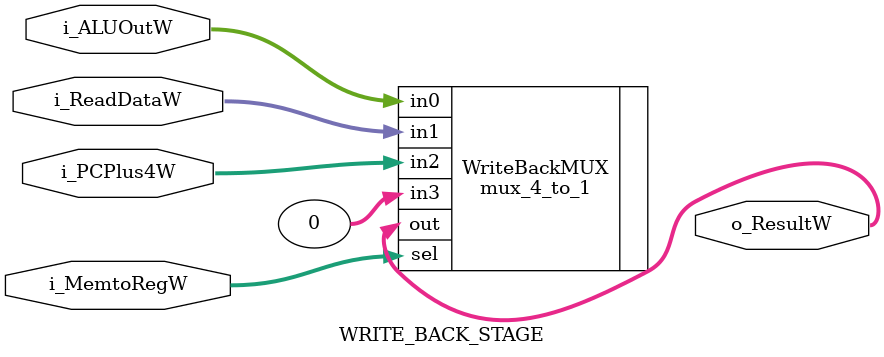
<source format=v>
module WRITE_BACK_STAGE #(
    parameter DATA_WIDTH = 32,
    parameter ADDRESS_WIDTH = 32
) (
    input wire   [DATA_WIDTH-1:0]     i_ALUOutW,
    input wire   [DATA_WIDTH-1:0]     i_ReadDataW,
    input wire   [1:0]                i_MemtoRegW,
    input wire   [ADDRESS_WIDTH-1:0]  i_PCPlus4W,
    output wire  [DATA_WIDTH-1:0]     o_ResultW
);

    mux_4_to_1 #(
    .N(ADDRESS_WIDTH)
    ) WriteBackMUX (
        .sel(i_MemtoRegW),
        .in0(i_ALUOutW),
        .in1(i_ReadDataW),
        .in2(i_PCPlus4W),
        .in3(32'b0),  // Not Connected
        .out(o_ResultW)
    );
    
endmodule
</source>
